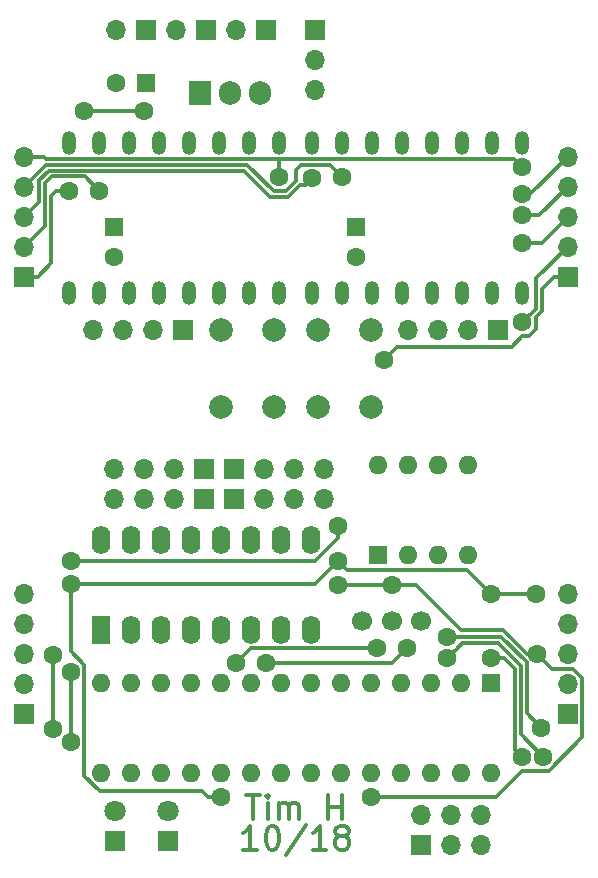
<source format=gbr>
G04 #@! TF.GenerationSoftware,KiCad,Pcbnew,5.0.1*
G04 #@! TF.CreationDate,2018-11-08T11:53:45-05:00*
G04 #@! TF.ProjectId,micromouse,6D6963726F6D6F7573652E6B69636164,rev?*
G04 #@! TF.SameCoordinates,PX8f0d180PY5f5e100*
G04 #@! TF.FileFunction,Copper,L1,Top,Mixed*
G04 #@! TF.FilePolarity,Positive*
%FSLAX46Y46*%
G04 Gerber Fmt 4.6, Leading zero omitted, Abs format (unit mm)*
G04 Created by KiCad (PCBNEW 5.0.1) date Thu 08 Nov 2018 11:53:45 AM EST*
%MOMM*%
%LPD*%
G01*
G04 APERTURE LIST*
G04 #@! TA.AperFunction,NonConductor*
%ADD10C,0.300000*%
G04 #@! TD*
G04 #@! TA.AperFunction,ComponentPad*
%ADD11R,1.700000X1.700000*%
G04 #@! TD*
G04 #@! TA.AperFunction,ComponentPad*
%ADD12O,1.700000X1.700000*%
G04 #@! TD*
G04 #@! TA.AperFunction,ComponentPad*
%ADD13C,1.800000*%
G04 #@! TD*
G04 #@! TA.AperFunction,ComponentPad*
%ADD14R,1.800000X1.800000*%
G04 #@! TD*
G04 #@! TA.AperFunction,ComponentPad*
%ADD15R,1.600000X1.600000*%
G04 #@! TD*
G04 #@! TA.AperFunction,ComponentPad*
%ADD16C,1.600000*%
G04 #@! TD*
G04 #@! TA.AperFunction,ComponentPad*
%ADD17R,1.905000X2.000000*%
G04 #@! TD*
G04 #@! TA.AperFunction,ComponentPad*
%ADD18O,1.905000X2.000000*%
G04 #@! TD*
G04 #@! TA.AperFunction,ComponentPad*
%ADD19C,1.700000*%
G04 #@! TD*
G04 #@! TA.AperFunction,ComponentPad*
%ADD20O,1.600000X1.600000*%
G04 #@! TD*
G04 #@! TA.AperFunction,ComponentPad*
%ADD21C,2.000000*%
G04 #@! TD*
G04 #@! TA.AperFunction,ComponentPad*
%ADD22R,1.600000X2.400000*%
G04 #@! TD*
G04 #@! TA.AperFunction,ComponentPad*
%ADD23O,1.600000X2.400000*%
G04 #@! TD*
G04 #@! TA.AperFunction,ComponentPad*
%ADD24O,1.200000X2.000000*%
G04 #@! TD*
G04 #@! TA.AperFunction,ViaPad*
%ADD25C,1.600000*%
G04 #@! TD*
G04 #@! TA.AperFunction,Conductor*
%ADD26C,0.300000*%
G04 #@! TD*
G04 APERTURE END LIST*
D10*
X-3333334Y-35079761D02*
X-4476191Y-35079761D01*
X-3904762Y-35079761D02*
X-3904762Y-33079761D01*
X-4095239Y-33365476D01*
X-4285715Y-33555952D01*
X-4476191Y-33651190D01*
X-2095239Y-33079761D02*
X-1904762Y-33079761D01*
X-1714286Y-33175000D01*
X-1619048Y-33270238D01*
X-1523810Y-33460714D01*
X-1428572Y-33841666D01*
X-1428572Y-34317857D01*
X-1523810Y-34698809D01*
X-1619048Y-34889285D01*
X-1714286Y-34984523D01*
X-1904762Y-35079761D01*
X-2095239Y-35079761D01*
X-2285715Y-34984523D01*
X-2380953Y-34889285D01*
X-2476191Y-34698809D01*
X-2571429Y-34317857D01*
X-2571429Y-33841666D01*
X-2476191Y-33460714D01*
X-2380953Y-33270238D01*
X-2285715Y-33175000D01*
X-2095239Y-33079761D01*
X857142Y-32984523D02*
X-857143Y-35555952D01*
X2571428Y-35079761D02*
X1428571Y-35079761D01*
X2000000Y-35079761D02*
X2000000Y-33079761D01*
X1809523Y-33365476D01*
X1619047Y-33555952D01*
X1428571Y-33651190D01*
X3714285Y-33936904D02*
X3523809Y-33841666D01*
X3428571Y-33746428D01*
X3333333Y-33555952D01*
X3333333Y-33460714D01*
X3428571Y-33270238D01*
X3523809Y-33175000D01*
X3714285Y-33079761D01*
X4095238Y-33079761D01*
X4285714Y-33175000D01*
X4380952Y-33270238D01*
X4476190Y-33460714D01*
X4476190Y-33555952D01*
X4380952Y-33746428D01*
X4285714Y-33841666D01*
X4095238Y-33936904D01*
X3714285Y-33936904D01*
X3523809Y-34032142D01*
X3428571Y-34127380D01*
X3333333Y-34317857D01*
X3333333Y-34698809D01*
X3428571Y-34889285D01*
X3523809Y-34984523D01*
X3714285Y-35079761D01*
X4095238Y-35079761D01*
X4285714Y-34984523D01*
X4380952Y-34889285D01*
X4476190Y-34698809D01*
X4476190Y-34317857D01*
X4380952Y-34127380D01*
X4285714Y-34032142D01*
X4095238Y-33936904D01*
X-4215477Y-30479761D02*
X-3072620Y-30479761D01*
X-3644048Y-32479761D02*
X-3644048Y-30479761D01*
X-2405953Y-32479761D02*
X-2405953Y-31146428D01*
X-2405953Y-30479761D02*
X-2501191Y-30575000D01*
X-2405953Y-30670238D01*
X-2310715Y-30575000D01*
X-2405953Y-30479761D01*
X-2405953Y-30670238D01*
X-1453572Y-32479761D02*
X-1453572Y-31146428D01*
X-1453572Y-31336904D02*
X-1358334Y-31241666D01*
X-1167858Y-31146428D01*
X-882143Y-31146428D01*
X-691667Y-31241666D01*
X-596429Y-31432142D01*
X-596429Y-32479761D01*
X-596429Y-31432142D02*
X-501191Y-31241666D01*
X-310715Y-31146428D01*
X-25000Y-31146428D01*
X165476Y-31241666D01*
X260714Y-31432142D01*
X260714Y-32479761D01*
X2736904Y-32479761D02*
X2736904Y-30479761D01*
X2736904Y-31432142D02*
X3879761Y-31432142D01*
X3879761Y-32479761D02*
X3879761Y-30479761D01*
D11*
G04 #@! TO.P,J2,1*
G04 #@! TO.N,GNDD*
X10604200Y-34696200D03*
D12*
G04 #@! TO.P,J2,2*
X10604200Y-32156200D03*
G04 #@! TO.P,J2,3*
G04 #@! TO.N,/USB_5V*
X13144200Y-34696200D03*
G04 #@! TO.P,J2,4*
G04 #@! TO.N,/RX*
X13144200Y-32156200D03*
G04 #@! TO.P,J2,5*
G04 #@! TO.N,/TX*
X15684200Y-34696200D03*
G04 #@! TO.P,J2,6*
G04 #@! TO.N,Net-(C9-Pad2)*
X15684200Y-32156200D03*
G04 #@! TD*
D13*
G04 #@! TO.P,D2,2*
G04 #@! TO.N,/LED1*
X-10800000Y-31785000D03*
D14*
G04 #@! TO.P,D2,1*
G04 #@! TO.N,Net-(D2-Pad1)*
X-10800000Y-34325000D03*
G04 #@! TD*
G04 #@! TO.P,D3,1*
G04 #@! TO.N,Net-(D3-Pad1)*
X-15300000Y-34325000D03*
D13*
G04 #@! TO.P,D3,2*
G04 #@! TO.N,/LED2*
X-15300000Y-31785000D03*
G04 #@! TD*
D15*
G04 #@! TO.P,C10,1*
G04 #@! TO.N,+BATT*
X5100000Y17600000D03*
D16*
G04 #@! TO.P,C10,2*
G04 #@! TO.N,GND*
X5100000Y15100000D03*
G04 #@! TD*
D17*
G04 #@! TO.P,U2,1*
G04 #@! TO.N,+BATT*
X-8128000Y28956000D03*
D18*
G04 #@! TO.P,U2,2*
G04 #@! TO.N,GND*
X-5588000Y28956000D03*
G04 #@! TO.P,U2,3*
G04 #@! TO.N,Net-(C8-Pad1)*
X-3048000Y28956000D03*
G04 #@! TD*
D19*
G04 #@! TO.P,Y1,1*
G04 #@! TO.N,/XTAL1*
X10628000Y-15748000D03*
G04 #@! TO.P,Y1,2*
G04 #@! TO.N,GNDD*
X8128000Y-15748000D03*
G04 #@! TO.P,Y1,3*
G04 #@! TO.N,/XTAL2*
X5628000Y-15748000D03*
G04 #@! TD*
D12*
G04 #@! TO.P,J1,5*
G04 #@! TO.N,+5VD*
X23000000Y-13420000D03*
G04 #@! TO.P,J1,4*
G04 #@! TO.N,/USB_5V*
X23000000Y-15960000D03*
G04 #@! TO.P,J1,3*
G04 #@! TO.N,GNDD*
X23000000Y-18500000D03*
G04 #@! TO.P,J1,2*
G04 #@! TO.N,/BTN2*
X23000000Y-21040000D03*
D11*
G04 #@! TO.P,J1,1*
G04 #@! TO.N,/BTN1*
X23000000Y-23580000D03*
G04 #@! TD*
G04 #@! TO.P,J8,1*
G04 #@! TO.N,/BTN1_T*
X23000000Y13420000D03*
D12*
G04 #@! TO.P,J8,2*
G04 #@! TO.N,/BTN2_T*
X23000000Y15960000D03*
G04 #@! TO.P,J8,3*
G04 #@! TO.N,GND*
X23000000Y18500000D03*
G04 #@! TO.P,J8,4*
G04 #@! TO.N,/USB_5V_T*
X23000000Y21040000D03*
G04 #@! TO.P,J8,5*
G04 #@! TO.N,+5V*
X23000000Y23580000D03*
G04 #@! TD*
D11*
G04 #@! TO.P,J9,1*
G04 #@! TO.N,/RIGHT_DIR*
X-23000000Y-23580000D03*
D12*
G04 #@! TO.P,J9,2*
G04 #@! TO.N,/RIGHT_STEP*
X-23000000Y-21040000D03*
G04 #@! TO.P,J9,3*
G04 #@! TO.N,/LEFT_DIR*
X-23000000Y-18500000D03*
G04 #@! TO.P,J9,4*
G04 #@! TO.N,/LEFT_STEP*
X-23000000Y-15960000D03*
G04 #@! TO.P,J9,5*
G04 #@! TO.N,/M_ENABLE*
X-23000000Y-13420000D03*
G04 #@! TD*
D11*
G04 #@! TO.P,J12,1*
G04 #@! TO.N,/RIGHT_DIR_T*
X-23000000Y13420000D03*
D12*
G04 #@! TO.P,J12,2*
G04 #@! TO.N,/RIGHT_STEP_T*
X-23000000Y15960000D03*
G04 #@! TO.P,J12,3*
G04 #@! TO.N,/LEFT_DIR_T*
X-23000000Y18500000D03*
G04 #@! TO.P,J12,4*
G04 #@! TO.N,/LEFT_STEP_T*
X-23000000Y21040000D03*
G04 #@! TO.P,J12,5*
G04 #@! TO.N,/M_ENABLE_T*
X-23000000Y23580000D03*
G04 #@! TD*
G04 #@! TO.P,BT1,2*
G04 #@! TO.N,Net-(BT1-Pad2)*
X-10160000Y34290000D03*
D11*
G04 #@! TO.P,BT1,1*
G04 #@! TO.N,Net-(BT1-Pad1)*
X-7620000Y34290000D03*
G04 #@! TD*
G04 #@! TO.P,BT2,1*
G04 #@! TO.N,Net-(BT1-Pad2)*
X-2540000Y34290000D03*
D12*
G04 #@! TO.P,BT2,2*
G04 #@! TO.N,GND*
X-5080000Y34290000D03*
G04 #@! TD*
D11*
G04 #@! TO.P,SW1,1*
G04 #@! TO.N,Net-(BT1-Pad1)*
X-12700000Y34290000D03*
D12*
G04 #@! TO.P,SW1,2*
G04 #@! TO.N,+BATT*
X-15240000Y34290000D03*
G04 #@! TD*
D15*
G04 #@! TO.P,U1,1*
G04 #@! TO.N,/RST*
X16510000Y-20955000D03*
D20*
G04 #@! TO.P,U1,15*
G04 #@! TO.N,/SENSE_TRIG*
X-16510000Y-28575000D03*
G04 #@! TO.P,U1,2*
G04 #@! TO.N,/RX*
X13970000Y-20955000D03*
G04 #@! TO.P,U1,16*
G04 #@! TO.N,/RIGHT_DIR*
X-13970000Y-28575000D03*
G04 #@! TO.P,U1,3*
G04 #@! TO.N,/TX*
X11430000Y-20955000D03*
G04 #@! TO.P,U1,17*
G04 #@! TO.N,/RIGHT_STEP*
X-11430000Y-28575000D03*
G04 #@! TO.P,U1,4*
G04 #@! TO.N,Net-(U1-Pad4)*
X8890000Y-20955000D03*
G04 #@! TO.P,U1,18*
G04 #@! TO.N,/LED2*
X-8890000Y-28575000D03*
G04 #@! TO.P,U1,5*
G04 #@! TO.N,/M_ENABLE*
X6350000Y-20955000D03*
G04 #@! TO.P,U1,19*
G04 #@! TO.N,/LED1*
X-6350000Y-28575000D03*
G04 #@! TO.P,U1,6*
G04 #@! TO.N,/SENSE_SEL_0*
X3810000Y-20955000D03*
G04 #@! TO.P,U1,20*
G04 #@! TO.N,+5VD*
X-3810000Y-28575000D03*
G04 #@! TO.P,U1,7*
X1270000Y-20955000D03*
G04 #@! TO.P,U1,21*
X-1270000Y-28575000D03*
G04 #@! TO.P,U1,8*
G04 #@! TO.N,GNDD*
X-1270000Y-20955000D03*
G04 #@! TO.P,U1,22*
X1270000Y-28575000D03*
G04 #@! TO.P,U1,9*
G04 #@! TO.N,/XTAL1*
X-3810000Y-20955000D03*
G04 #@! TO.P,U1,23*
G04 #@! TO.N,Net-(SW3-Pad4)*
X3810000Y-28575000D03*
G04 #@! TO.P,U1,10*
G04 #@! TO.N,/XTAL2*
X-6350000Y-20955000D03*
G04 #@! TO.P,U1,24*
G04 #@! TO.N,Net-(SW3-Pad3)*
X6350000Y-28575000D03*
G04 #@! TO.P,U1,11*
G04 #@! TO.N,/SENSE_SEL_1*
X-8890000Y-20955000D03*
G04 #@! TO.P,U1,25*
G04 #@! TO.N,Net-(SW3-Pad2)*
X8890000Y-28575000D03*
G04 #@! TO.P,U1,12*
G04 #@! TO.N,/LEFT_STEP*
X-11430000Y-20955000D03*
G04 #@! TO.P,U1,26*
G04 #@! TO.N,Net-(SW3-Pad1)*
X11430000Y-28575000D03*
G04 #@! TO.P,U1,13*
G04 #@! TO.N,/LEFT_DIR*
X-13970000Y-20955000D03*
G04 #@! TO.P,U1,27*
G04 #@! TO.N,/BTN2*
X13970000Y-28575000D03*
G04 #@! TO.P,U1,14*
G04 #@! TO.N,/SENSE_ECHO*
X-16510000Y-20955000D03*
G04 #@! TO.P,U1,28*
G04 #@! TO.N,/BTN1*
X16510000Y-28575000D03*
G04 #@! TD*
D21*
G04 #@! TO.P,SW5,2*
G04 #@! TO.N,GND*
X1850000Y8890000D03*
G04 #@! TO.P,SW5,1*
G04 #@! TO.N,/BTN2_T*
X6350000Y8890000D03*
G04 #@! TO.P,SW5,2*
G04 #@! TO.N,GND*
X1850000Y2390000D03*
G04 #@! TO.P,SW5,1*
G04 #@! TO.N,/BTN2_T*
X6350000Y2390000D03*
G04 #@! TD*
D16*
G04 #@! TO.P,C11,2*
G04 #@! TO.N,GND*
X-15200000Y29845000D03*
D15*
G04 #@! TO.P,C11,1*
G04 #@! TO.N,+BATT*
X-12700000Y29845000D03*
G04 #@! TD*
D11*
G04 #@! TO.P,J7,1*
G04 #@! TO.N,GNDD*
X-5220000Y-5410000D03*
D12*
G04 #@! TO.P,J7,2*
G04 #@! TO.N,/BACK_ECHO*
X-2680000Y-5410000D03*
G04 #@! TO.P,J7,3*
G04 #@! TO.N,/BACK_TRIG*
X-140000Y-5410000D03*
G04 #@! TO.P,J7,4*
G04 #@! TO.N,+5VD*
X2400000Y-5410000D03*
G04 #@! TD*
D22*
G04 #@! TO.P,U5,1*
G04 #@! TO.N,/RIGHT_ECHO*
X-16510000Y-16459000D03*
D23*
G04 #@! TO.P,U5,9*
G04 #@! TO.N,/SENSE_SEL_1*
X1270000Y-8839000D03*
G04 #@! TO.P,U5,2*
G04 #@! TO.N,/LEFT_ECHO*
X-13970000Y-16459000D03*
G04 #@! TO.P,U5,10*
G04 #@! TO.N,/SENSE_SEL_0*
X-1270000Y-8839000D03*
G04 #@! TO.P,U5,3*
G04 #@! TO.N,/SENSE_ECHO*
X-11430000Y-16459000D03*
G04 #@! TO.P,U5,11*
G04 #@! TO.N,/BACK_TRIG*
X-3810000Y-8839000D03*
G04 #@! TO.P,U5,4*
G04 #@! TO.N,/BACK_ECHO*
X-8890000Y-16459000D03*
G04 #@! TO.P,U5,12*
G04 #@! TO.N,/RIGHT_TRIG*
X-6350000Y-8839000D03*
G04 #@! TO.P,U5,5*
G04 #@! TO.N,/FRONT_ECHO*
X-6350000Y-16459000D03*
G04 #@! TO.P,U5,13*
G04 #@! TO.N,/SENSE_TRIG*
X-8890000Y-8839000D03*
G04 #@! TO.P,U5,6*
G04 #@! TO.N,GNDD*
X-3810000Y-16459000D03*
G04 #@! TO.P,U5,14*
G04 #@! TO.N,/FRONT_TRIG*
X-11430000Y-8839000D03*
G04 #@! TO.P,U5,7*
G04 #@! TO.N,GNDD*
X-1270000Y-16459000D03*
G04 #@! TO.P,U5,15*
G04 #@! TO.N,/LEFT_TRIG*
X-13970000Y-8839000D03*
G04 #@! TO.P,U5,8*
G04 #@! TO.N,GNDD*
X1270000Y-16459000D03*
G04 #@! TO.P,U5,16*
G04 #@! TO.N,+5VD*
X-16510000Y-8839000D03*
G04 #@! TD*
D15*
G04 #@! TO.P,C5,1*
G04 #@! TO.N,+BATT*
X-15400000Y17600000D03*
D16*
G04 #@! TO.P,C5,2*
G04 #@! TO.N,GND*
X-15400000Y15100000D03*
G04 #@! TD*
D11*
G04 #@! TO.P,J3,1*
G04 #@! TO.N,Net-(C8-Pad1)*
X1651000Y34290000D03*
D12*
G04 #@! TO.P,J3,2*
G04 #@! TO.N,+5V*
X1651000Y31750000D03*
G04 #@! TO.P,J3,3*
G04 #@! TO.N,/USB_5V_T*
X1651000Y29210000D03*
G04 #@! TD*
G04 #@! TO.P,J4,4*
G04 #@! TO.N,+5VD*
X-15380000Y-5410000D03*
G04 #@! TO.P,J4,3*
G04 #@! TO.N,/FRONT_TRIG*
X-12840000Y-5410000D03*
G04 #@! TO.P,J4,2*
G04 #@! TO.N,/FRONT_ECHO*
X-10300000Y-5410000D03*
D11*
G04 #@! TO.P,J4,1*
G04 #@! TO.N,GNDD*
X-7760000Y-5410000D03*
G04 #@! TD*
G04 #@! TO.P,J5,1*
G04 #@! TO.N,GNDD*
X-7760000Y-2870000D03*
D12*
G04 #@! TO.P,J5,2*
G04 #@! TO.N,/LEFT_ECHO*
X-10300000Y-2870000D03*
G04 #@! TO.P,J5,3*
G04 #@! TO.N,/LEFT_TRIG*
X-12840000Y-2870000D03*
G04 #@! TO.P,J5,4*
G04 #@! TO.N,+5VD*
X-15380000Y-2870000D03*
G04 #@! TD*
G04 #@! TO.P,J6,4*
G04 #@! TO.N,+5VD*
X2400000Y-2870000D03*
G04 #@! TO.P,J6,3*
G04 #@! TO.N,/RIGHT_TRIG*
X-140000Y-2870000D03*
G04 #@! TO.P,J6,2*
G04 #@! TO.N,/RIGHT_ECHO*
X-2680000Y-2870000D03*
D11*
G04 #@! TO.P,J6,1*
G04 #@! TO.N,GNDD*
X-5220000Y-2870000D03*
G04 #@! TD*
G04 #@! TO.P,M1,1*
G04 #@! TO.N,Net-(M1-Pad1)*
X17145000Y8890000D03*
D12*
G04 #@! TO.P,M1,2*
G04 #@! TO.N,Net-(M1-Pad2)*
X14605000Y8890000D03*
G04 #@! TO.P,M1,3*
G04 #@! TO.N,Net-(M1-Pad3)*
X12065000Y8890000D03*
G04 #@! TO.P,M1,4*
G04 #@! TO.N,Net-(M1-Pad4)*
X9525000Y8890000D03*
G04 #@! TD*
D11*
G04 #@! TO.P,M2,1*
G04 #@! TO.N,Net-(M2-Pad1)*
X-9525000Y8890000D03*
D12*
G04 #@! TO.P,M2,2*
G04 #@! TO.N,Net-(M2-Pad2)*
X-12065000Y8890000D03*
G04 #@! TO.P,M2,3*
G04 #@! TO.N,Net-(M2-Pad3)*
X-14605000Y8890000D03*
G04 #@! TO.P,M2,4*
G04 #@! TO.N,Net-(M2-Pad4)*
X-17145000Y8890000D03*
G04 #@! TD*
D15*
G04 #@! TO.P,SW3,1*
G04 #@! TO.N,Net-(SW3-Pad1)*
X6985000Y-10160000D03*
D20*
G04 #@! TO.P,SW3,5*
G04 #@! TO.N,GNDD*
X14605000Y-2540000D03*
G04 #@! TO.P,SW3,2*
G04 #@! TO.N,Net-(SW3-Pad2)*
X9525000Y-10160000D03*
G04 #@! TO.P,SW3,6*
G04 #@! TO.N,GNDD*
X12065000Y-2540000D03*
G04 #@! TO.P,SW3,3*
G04 #@! TO.N,Net-(SW3-Pad3)*
X12065000Y-10160000D03*
G04 #@! TO.P,SW3,7*
G04 #@! TO.N,GNDD*
X9525000Y-2540000D03*
G04 #@! TO.P,SW3,4*
G04 #@! TO.N,Net-(SW3-Pad4)*
X14605000Y-10160000D03*
G04 #@! TO.P,SW3,8*
G04 #@! TO.N,GNDD*
X6985000Y-2540000D03*
G04 #@! TD*
D21*
G04 #@! TO.P,SW4,2*
G04 #@! TO.N,GND*
X-1850000Y2390000D03*
G04 #@! TO.P,SW4,1*
G04 #@! TO.N,/BTN1_T*
X-6350000Y2390000D03*
G04 #@! TO.P,SW4,2*
G04 #@! TO.N,GND*
X-1850000Y8890000D03*
G04 #@! TO.P,SW4,1*
G04 #@! TO.N,/BTN1_T*
X-6350000Y8890000D03*
G04 #@! TD*
D24*
G04 #@! TO.P,U3,16*
G04 #@! TO.N,+BATT*
X19177000Y12065000D03*
G04 #@! TO.P,U3,1*
G04 #@! TO.N,/M_ENABLE_T*
X19177000Y24765000D03*
G04 #@! TO.P,U3,15*
G04 #@! TO.N,GND*
X16637000Y12065000D03*
G04 #@! TO.P,U3,2*
G04 #@! TO.N,Net-(JP1-Pad2)*
X16637000Y24765000D03*
G04 #@! TO.P,U3,14*
G04 #@! TO.N,Net-(M1-Pad1)*
X14097000Y12065000D03*
G04 #@! TO.P,U3,3*
G04 #@! TO.N,Net-(JP2-Pad2)*
X14097000Y24765000D03*
G04 #@! TO.P,U3,13*
G04 #@! TO.N,Net-(M1-Pad2)*
X11557000Y12065000D03*
G04 #@! TO.P,U3,4*
G04 #@! TO.N,Net-(JP3-Pad2)*
X11557000Y24765000D03*
G04 #@! TO.P,U3,12*
G04 #@! TO.N,Net-(M1-Pad3)*
X9017000Y12065000D03*
G04 #@! TO.P,U3,5*
G04 #@! TO.N,Net-(R5-Pad1)*
X9017000Y24765000D03*
G04 #@! TO.P,U3,11*
G04 #@! TO.N,Net-(M1-Pad4)*
X6477000Y12065000D03*
G04 #@! TO.P,U3,6*
G04 #@! TO.N,Net-(R6-Pad1)*
X6477000Y24765000D03*
G04 #@! TO.P,U3,10*
G04 #@! TO.N,+5V*
X3937000Y12065000D03*
G04 #@! TO.P,U3,7*
G04 #@! TO.N,/LEFT_STEP_T*
X3937000Y24765000D03*
G04 #@! TO.P,U3,9*
G04 #@! TO.N,GND*
X1397000Y12065000D03*
G04 #@! TO.P,U3,8*
G04 #@! TO.N,/LEFT_DIR_T*
X1397000Y24765000D03*
G04 #@! TD*
G04 #@! TO.P,U4,8*
G04 #@! TO.N,/RIGHT_DIR_T*
X-19177000Y24765000D03*
G04 #@! TO.P,U4,9*
G04 #@! TO.N,GND*
X-19177000Y12065000D03*
G04 #@! TO.P,U4,7*
G04 #@! TO.N,/RIGHT_STEP_T*
X-16637000Y24765000D03*
G04 #@! TO.P,U4,10*
G04 #@! TO.N,+5V*
X-16637000Y12065000D03*
G04 #@! TO.P,U4,6*
G04 #@! TO.N,Net-(R11-Pad1)*
X-14097000Y24765000D03*
G04 #@! TO.P,U4,11*
G04 #@! TO.N,Net-(M2-Pad4)*
X-14097000Y12065000D03*
G04 #@! TO.P,U4,5*
G04 #@! TO.N,Net-(R10-Pad1)*
X-11557000Y24765000D03*
G04 #@! TO.P,U4,12*
G04 #@! TO.N,Net-(M2-Pad3)*
X-11557000Y12065000D03*
G04 #@! TO.P,U4,4*
G04 #@! TO.N,Net-(JP6-Pad2)*
X-9017000Y24765000D03*
G04 #@! TO.P,U4,13*
G04 #@! TO.N,Net-(M2-Pad2)*
X-9017000Y12065000D03*
G04 #@! TO.P,U4,3*
G04 #@! TO.N,Net-(JP5-Pad2)*
X-6477000Y24765000D03*
G04 #@! TO.P,U4,14*
G04 #@! TO.N,Net-(M2-Pad1)*
X-6477000Y12065000D03*
G04 #@! TO.P,U4,2*
G04 #@! TO.N,Net-(JP4-Pad2)*
X-3937000Y24765000D03*
G04 #@! TO.P,U4,15*
G04 #@! TO.N,GND*
X-3937000Y12065000D03*
G04 #@! TO.P,U4,1*
G04 #@! TO.N,/M_ENABLE_T*
X-1397000Y24765000D03*
G04 #@! TO.P,U4,16*
G04 #@! TO.N,+BATT*
X-1397000Y12065000D03*
G04 #@! TD*
D25*
G04 #@! TO.N,GND*
X19177000Y16256000D03*
X-17907000Y27432000D03*
X-12827000Y27426000D03*
G04 #@! TO.N,+5V*
X19177000Y20434999D03*
G04 #@! TO.N,Net-(C9-Pad2)*
X16497000Y-18872000D03*
X19140090Y-27226442D03*
G04 #@! TO.N,/RX*
X12814000Y-17072997D03*
X20789600Y-24739400D03*
G04 #@! TO.N,/TX*
X12814000Y-18872000D03*
X20942000Y-27228600D03*
G04 #@! TO.N,/RIGHT_ECHO*
X3543000Y-7696000D03*
X-19050000Y-10668000D03*
G04 #@! TO.N,/XTAL1*
X9398000Y-18034000D03*
X-2540000Y-19304000D03*
G04 #@! TO.N,/XTAL2*
X6858000Y-18034000D03*
X-5080000Y-19304000D03*
G04 #@! TO.N,/SENSE_TRIG*
X-19063000Y-25984000D03*
X-19063000Y-20015000D03*
G04 #@! TO.N,/M_ENABLE_T*
X-1397000Y21844000D03*
X19177000Y22733000D03*
G04 #@! TO.N,/LEFT_STEP_T*
X3937000Y21844000D03*
G04 #@! TO.N,/LEFT_DIR_T*
X1397000Y21767980D03*
G04 #@! TO.N,/RIGHT_DIR_T*
X-19177000Y20701000D03*
G04 #@! TO.N,/RIGHT_STEP_T*
X-16637000Y20701000D03*
G04 #@! TO.N,GNDD*
X-20576181Y-18593181D03*
X-20587000Y-24841000D03*
X20434000Y-18491000D03*
X3556000Y-12700000D03*
X8128000Y-12700000D03*
X6362400Y-30606800D03*
G04 #@! TO.N,+5VD*
X-19050000Y-12573000D03*
X3556000Y-10668000D03*
X16510000Y-13462000D03*
X20320000Y-13462000D03*
X-6363000Y-30632200D03*
G04 #@! TO.N,/USB_5V_T*
X19177000Y18635996D03*
G04 #@! TO.N,/BTN2_T*
X19176991Y9566980D03*
G04 #@! TO.N,/BTN1_T*
X7425000Y6375000D03*
G04 #@! TD*
D26*
G04 #@! TO.N,GND*
X23000000Y18500000D02*
X23000000Y18428000D01*
X20828000Y16256000D02*
X22479000Y17907000D01*
X19177000Y16256000D02*
X20828000Y16256000D01*
X23000000Y18428000D02*
X22479000Y17907000D01*
X22479000Y17907000D02*
X21082000Y16510000D01*
X-17907000Y27432000D02*
X-12833000Y27432000D01*
X-12833000Y27432000D02*
X-12827000Y27426000D01*
G04 #@! TO.N,+5V*
X19854999Y20434999D02*
X19177000Y20434999D01*
X23000000Y23580000D02*
X19854999Y20434999D01*
G04 #@! TO.N,Net-(C9-Pad2)*
X17628370Y-18872000D02*
X16497000Y-18872000D01*
X18524073Y-19767703D02*
X18122600Y-19366230D01*
X18524073Y-26242462D02*
X18524073Y-19767703D01*
X18441170Y-19684800D02*
X18122600Y-19366230D01*
X18122600Y-19366230D02*
X17628370Y-18872000D01*
X18524073Y-26242462D02*
X18524073Y-26610425D01*
X18524073Y-26610425D02*
X19140090Y-27226442D01*
G04 #@! TO.N,/RX*
X17380780Y-17072997D02*
X13945370Y-17072997D01*
X13945370Y-17072997D02*
X12814000Y-17072997D01*
X19522093Y-19214310D02*
X17380780Y-17072997D01*
X19522093Y-23471893D02*
X19522093Y-19214310D01*
X20789600Y-24739400D02*
X19522093Y-23471893D01*
G04 #@! TO.N,/TX*
X13613999Y-18072001D02*
X12814000Y-18872000D01*
X14090001Y-17595999D02*
X13613999Y-18072001D01*
X17132769Y-17595999D02*
X14090001Y-17595999D01*
X19023083Y-19486313D02*
X18351200Y-18814430D01*
X19023083Y-24937418D02*
X19023083Y-19486313D01*
X18351200Y-18814430D02*
X17132769Y-17595999D01*
X19023083Y-24937418D02*
X19023083Y-25309683D01*
X19023083Y-25309683D02*
X20942000Y-27228600D01*
G04 #@! TO.N,/RIGHT_ECHO*
X3543000Y-8712000D02*
X3543000Y-7696000D01*
X1587000Y-10668000D02*
X3543000Y-8712000D01*
X3543000Y-7696000D02*
X3480000Y-7696000D01*
X-19050000Y-10668000D02*
X1587000Y-10668000D01*
G04 #@! TO.N,/XTAL1*
X8128000Y-19304000D02*
X9398000Y-18034000D01*
X-2540000Y-19304000D02*
X8128000Y-19304000D01*
G04 #@! TO.N,/XTAL2*
X-3810000Y-18034000D02*
X-5080000Y-19304000D01*
X6858000Y-18034000D02*
X-3810000Y-18034000D01*
G04 #@! TO.N,/SENSE_TRIG*
X-19063000Y-25984000D02*
X-19063000Y-20015000D01*
G04 #@! TO.N,/M_ENABLE_T*
X174990Y23415990D02*
X17605010Y23415990D01*
X-1397000Y22975370D02*
X-1397000Y23415990D01*
X-1397000Y21844000D02*
X-1397000Y22975370D01*
X174990Y23415990D02*
X-1397000Y23415990D01*
X-23000000Y23580000D02*
X-21294000Y23580000D01*
X-21129990Y23415990D02*
X-18923000Y23415990D01*
X-21294000Y23580000D02*
X-21129990Y23415990D01*
X-1397000Y23415990D02*
X-18923000Y23415990D01*
X18494010Y23415990D02*
X19177000Y22733000D01*
X17605010Y23415990D02*
X18494010Y23415990D01*
G04 #@! TO.N,/LEFT_STEP_T*
X3937000Y21844000D02*
X2864020Y22916980D01*
X1524000Y22916980D02*
X818980Y22916980D01*
X2864020Y22916980D02*
X1524000Y22916980D01*
X-21123020Y22916980D02*
X-23000000Y21040000D01*
X-4120980Y22916980D02*
X-21123020Y22916980D01*
X437980Y22916980D02*
X0Y22479000D01*
X0Y22479000D02*
X0Y21540478D01*
X1524000Y22916980D02*
X437980Y22916980D01*
X0Y21540478D02*
X-845479Y20694999D01*
X-845479Y20694999D02*
X-1898999Y20694999D01*
X-1898999Y20694999D02*
X-4120980Y22916980D01*
G04 #@! TO.N,/LEFT_DIR_T*
X-21717000Y21590000D02*
X-21717000Y19783000D01*
X-20889030Y22417970D02*
X-21717000Y21590000D01*
X838020Y21209000D02*
X374228Y21209000D01*
X1397000Y21767980D02*
X838020Y21209000D01*
X-2161989Y20195989D02*
X-4383970Y22417970D01*
X374228Y21209000D02*
X-638783Y20195989D01*
X-21717000Y19783000D02*
X-23000000Y18500000D01*
X-638783Y20195989D02*
X-2161989Y20195989D01*
X-4383970Y22417970D02*
X-20889030Y22417970D01*
G04 #@! TO.N,/RIGHT_DIR_T*
X-20308370Y20701000D02*
X-20718980Y20290390D01*
X-19177000Y20701000D02*
X-20308370Y20701000D01*
X-20718980Y14551020D02*
X-21850000Y13420000D01*
X-21850000Y13420000D02*
X-23000000Y13420000D01*
X-20718980Y20290390D02*
X-20718980Y14551020D01*
G04 #@! TO.N,/RIGHT_STEP_T*
X-16637000Y20701000D02*
X-17854960Y21918960D01*
X-17854960Y21918960D02*
X-20682334Y21918960D01*
X-20682334Y21918960D02*
X-21217990Y21383304D01*
X-21217990Y17742010D02*
X-23000000Y15960000D01*
X-21217990Y21383304D02*
X-21217990Y17742010D01*
G04 #@! TO.N,GNDD*
X-20576181Y-18593181D02*
X-20576181Y-24830181D01*
X-20576181Y-24830181D02*
X-20587000Y-24841000D01*
X13957000Y-16459000D02*
X13703000Y-16205000D01*
X13703000Y-16205000D02*
X13322000Y-15824000D01*
X16624000Y-16459000D02*
X13957000Y-16459000D01*
X16624000Y-16459000D02*
X16878000Y-16459000D01*
X17132000Y-16459000D02*
X17513000Y-16459000D01*
X16878000Y-16459000D02*
X17132000Y-16459000D01*
X17513000Y-16459000D02*
X16624000Y-16459000D01*
X19545000Y-18491000D02*
X17513000Y-16459000D01*
X20434000Y-18491000D02*
X19545000Y-18491000D01*
X3429000Y-12700000D02*
X8128000Y-12700000D01*
X11087000Y-13589000D02*
X13703000Y-16205000D01*
X8128000Y-12700000D02*
X10160000Y-12700000D01*
X10160000Y-12700000D02*
X11087000Y-13589000D01*
X24244000Y-25552200D02*
X24244000Y-20523000D01*
X24244000Y-20523000D02*
X23482000Y-19761000D01*
X21399200Y-28397000D02*
X24244000Y-25552200D01*
X6362400Y-30606800D02*
X16903400Y-30606800D01*
X16903400Y-30606800D02*
X19113200Y-28397000D01*
X19113200Y-28397000D02*
X21399200Y-28397000D01*
X23482000Y-19761000D02*
X21704000Y-19761000D01*
X21704000Y-19761000D02*
X20434000Y-18491000D01*
G04 #@! TO.N,+5VD*
X1651000Y-12573000D02*
X3556000Y-10668000D01*
X-127000Y-12573000D02*
X1651000Y-12573000D01*
X3556000Y-10668000D02*
X3683000Y-10668000D01*
X4318000Y-11430000D02*
X3556000Y-10668000D01*
X14224000Y-11430000D02*
X4318000Y-11430000D01*
X14224000Y-11430000D02*
X14478000Y-11430000D01*
X14478000Y-11430000D02*
X16510000Y-13462000D01*
X16510000Y-13462000D02*
X20320000Y-13462000D01*
X-127000Y-12573000D02*
X-17907000Y-12573000D01*
X-17907000Y-12573000D02*
X-19050000Y-12573000D01*
X-19050000Y-18288000D02*
X-19050000Y-12573000D01*
X-6363000Y-30632200D02*
X-7455200Y-30632200D01*
X-7455200Y-30632200D02*
X-7937800Y-30149600D01*
X-7937800Y-30149600D02*
X-16586400Y-30149600D01*
X-17907000Y-28829000D02*
X-17907000Y-19431000D01*
X-16586400Y-30149600D02*
X-17907000Y-28829000D01*
X-17907000Y-19431000D02*
X-19050000Y-18288000D01*
G04 #@! TO.N,/USB_5V_T*
X20595996Y18635996D02*
X23000000Y21040000D01*
X19177000Y18635996D02*
X20595996Y18635996D01*
G04 #@! TO.N,/BTN2_T*
X20320000Y13280000D02*
X20320000Y10709989D01*
X19976990Y10366979D02*
X19176991Y9566980D01*
X23000000Y15960000D02*
X20320000Y13280000D01*
X20320000Y10709989D02*
X19976990Y10366979D01*
G04 #@! TO.N,/BTN1_T*
X20819010Y10503293D02*
X20325992Y10010275D01*
X20819010Y12389010D02*
X20819010Y10503293D01*
X20325992Y10010275D02*
X20325992Y9015459D01*
X20325992Y9015459D02*
X19692533Y8382000D01*
X23000000Y13420000D02*
X21850000Y13420000D01*
X21850000Y13420000D02*
X20819010Y12389010D01*
X19692533Y8382000D02*
X19177000Y8382000D01*
X19177000Y8382000D02*
X18270000Y7475000D01*
X8525000Y7475000D02*
X7425000Y6375000D01*
X18270000Y7475000D02*
X8525000Y7475000D01*
G04 #@! TD*
M02*

</source>
